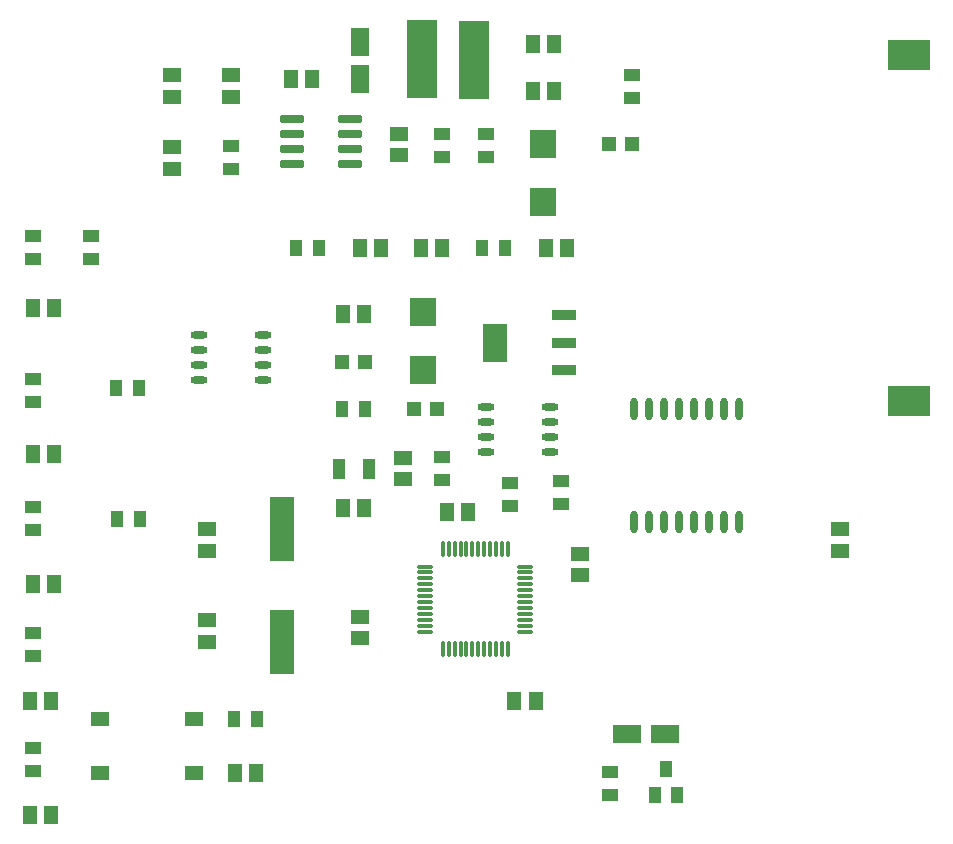
<source format=gtp>
G04*
G04 #@! TF.GenerationSoftware,Altium Limited,Altium Designer,22.6.1 (34)*
G04*
G04 Layer_Color=8421504*
%FSTAX25Y25*%
%MOIN*%
G70*
G04*
G04 #@! TF.SameCoordinates,070C6B67-E07D-408F-9274-D07C1108151A*
G04*
G04*
G04 #@! TF.FilePolarity,Positive*
G04*
G01*
G75*
%ADD19R,0.03937X0.05512*%
%ADD20R,0.09252X0.06102*%
%ADD21R,0.05315X0.04134*%
%ADD22R,0.03937X0.07087*%
%ADD23R,0.04724X0.05906*%
%ADD24R,0.05906X0.04724*%
%ADD25O,0.05709X0.01181*%
%ADD26O,0.01181X0.05709*%
%ADD27R,0.04724X0.05118*%
%ADD28R,0.04134X0.05315*%
%ADD29R,0.10236X0.26378*%
%ADD30R,0.09055X0.09252*%
%ADD31R,0.06102X0.09252*%
G04:AMPARAMS|DCode=32|XSize=77.56mil|YSize=23.62mil|CornerRadius=2.95mil|HoleSize=0mil|Usage=FLASHONLY|Rotation=0.000|XOffset=0mil|YOffset=0mil|HoleType=Round|Shape=RoundedRectangle|*
%AMROUNDEDRECTD32*
21,1,0.07756,0.01772,0,0,0.0*
21,1,0.07165,0.02362,0,0,0.0*
1,1,0.00591,0.03583,-0.00886*
1,1,0.00591,-0.03583,-0.00886*
1,1,0.00591,-0.03583,0.00886*
1,1,0.00591,0.03583,0.00886*
%
%ADD32ROUNDEDRECTD32*%
%ADD33R,0.08465X0.12795*%
%ADD34R,0.08465X0.03543*%
%ADD35O,0.02362X0.07480*%
%ADD36R,0.14173X0.10236*%
%ADD37O,0.05709X0.02362*%
%ADD38R,0.07874X0.21654*%
%ADD39R,0.06102X0.05118*%
D19*
X044676Y0212169D02*
D03*
X045424D02*
D03*
X04505Y0220831D02*
D03*
D20*
X0450299Y02325D02*
D03*
X0437701D02*
D03*
D21*
X0432Y0212161D02*
D03*
Y0219839D02*
D03*
X04155Y0309161D02*
D03*
Y0316839D02*
D03*
X03985Y0308661D02*
D03*
Y0316339D02*
D03*
X0376Y0317161D02*
D03*
Y0324839D02*
D03*
X03905Y0424823D02*
D03*
Y04325D02*
D03*
X0439177Y0452339D02*
D03*
Y0444661D02*
D03*
X0376Y0424823D02*
D03*
Y04325D02*
D03*
X03055Y0420705D02*
D03*
Y0428382D02*
D03*
X02395Y0350839D02*
D03*
Y0343161D02*
D03*
Y0308339D02*
D03*
Y0300661D02*
D03*
Y03985D02*
D03*
Y0390823D02*
D03*
Y0266339D02*
D03*
Y0258661D02*
D03*
Y0227839D02*
D03*
Y0220161D02*
D03*
X0259Y03985D02*
D03*
Y0390823D02*
D03*
D22*
X0341579Y0321D02*
D03*
X0351421D02*
D03*
D23*
X0350043Y0308D02*
D03*
X0342957D02*
D03*
X0246587Y03745D02*
D03*
X02395D02*
D03*
X0417587Y03945D02*
D03*
X04105D02*
D03*
X0384543Y03065D02*
D03*
X0377457D02*
D03*
X0314043Y0219642D02*
D03*
X0306957D02*
D03*
X041324Y04625D02*
D03*
X0406153D02*
D03*
X041324Y0447D02*
D03*
X0406153D02*
D03*
X0368957Y03945D02*
D03*
X0376043D02*
D03*
X0355543Y03945D02*
D03*
X0348457D02*
D03*
X0332587Y0450701D02*
D03*
X03255D02*
D03*
X0342957Y03725D02*
D03*
X0350043D02*
D03*
X0246587Y0326D02*
D03*
X02395D02*
D03*
X0246587Y02825D02*
D03*
X02395D02*
D03*
X0245587Y02435D02*
D03*
X02385D02*
D03*
X0245587Y02055D02*
D03*
X02385D02*
D03*
X0407087Y02435D02*
D03*
X04D02*
D03*
D24*
X03485Y0271543D02*
D03*
Y0264457D02*
D03*
X0363Y0317457D02*
D03*
Y0324543D02*
D03*
X03615Y0425413D02*
D03*
Y04325D02*
D03*
X03055Y0452087D02*
D03*
Y0445D02*
D03*
X0286Y0421D02*
D03*
Y0428087D02*
D03*
Y0452087D02*
D03*
Y0445D02*
D03*
X05085Y0300743D02*
D03*
Y0293657D02*
D03*
X0422Y0292543D02*
D03*
Y0285457D02*
D03*
X02975Y0293614D02*
D03*
Y0300701D02*
D03*
X02975Y0270386D02*
D03*
Y0263299D02*
D03*
D25*
X0370366Y0288327D02*
D03*
Y0286358D02*
D03*
Y028439D02*
D03*
Y0282421D02*
D03*
Y0280453D02*
D03*
Y0278484D02*
D03*
Y0276516D02*
D03*
Y0274547D02*
D03*
Y0272579D02*
D03*
Y027061D02*
D03*
Y0268642D02*
D03*
Y0266673D02*
D03*
X0403634D02*
D03*
Y0268642D02*
D03*
Y027061D02*
D03*
Y0272579D02*
D03*
Y0274547D02*
D03*
Y0276516D02*
D03*
Y0278484D02*
D03*
Y0280453D02*
D03*
Y0282421D02*
D03*
Y028439D02*
D03*
Y0286358D02*
D03*
Y0288327D02*
D03*
D26*
X0376173Y0260866D02*
D03*
X0378142D02*
D03*
X038011D02*
D03*
X0382079D02*
D03*
X0384047D02*
D03*
X0386016D02*
D03*
X0387984D02*
D03*
X0389953D02*
D03*
X0391921D02*
D03*
X039389D02*
D03*
X0395858D02*
D03*
X0397827D02*
D03*
Y0294134D02*
D03*
X0395858D02*
D03*
X039389D02*
D03*
X0391921D02*
D03*
X0389953D02*
D03*
X0387984D02*
D03*
X0386016D02*
D03*
X0384047D02*
D03*
X0382079D02*
D03*
X038011D02*
D03*
X0378142D02*
D03*
X0376173D02*
D03*
D27*
X0366661Y0341D02*
D03*
X0374339D02*
D03*
X0350339Y03565D02*
D03*
X0342661D02*
D03*
X04315Y0429047D02*
D03*
X0439177D02*
D03*
D28*
X0350339Y0341D02*
D03*
X0342661D02*
D03*
X0396839Y03945D02*
D03*
X0389161D02*
D03*
X0327161D02*
D03*
X0334839D02*
D03*
X0275339Y0304193D02*
D03*
X0267661D02*
D03*
X0267161Y0347693D02*
D03*
X0274839D02*
D03*
X0306661Y0237358D02*
D03*
X0314339D02*
D03*
D29*
X0386661Y0457106D02*
D03*
X0369339Y04575D02*
D03*
D30*
X04095Y0409953D02*
D03*
Y0429047D02*
D03*
X03695Y0373047D02*
D03*
Y0353953D02*
D03*
D31*
X03485Y0450701D02*
D03*
Y0463299D02*
D03*
D32*
X0345224Y04375D02*
D03*
Y04325D02*
D03*
Y04275D02*
D03*
Y04225D02*
D03*
X0325776D02*
D03*
Y04275D02*
D03*
Y04325D02*
D03*
Y04375D02*
D03*
D33*
X0393465Y0363D02*
D03*
D34*
X0416535Y0372016D02*
D03*
Y0363D02*
D03*
Y0353984D02*
D03*
D35*
X044Y0303299D02*
D03*
X0445D02*
D03*
X045D02*
D03*
X0455D02*
D03*
X046D02*
D03*
X0465D02*
D03*
X047D02*
D03*
X0475D02*
D03*
X044Y0340701D02*
D03*
X0445D02*
D03*
X045D02*
D03*
X0455D02*
D03*
X046D02*
D03*
X0465D02*
D03*
X047D02*
D03*
X0475D02*
D03*
D36*
X05315Y0459D02*
D03*
Y0343646D02*
D03*
D37*
X03905Y03415D02*
D03*
Y03365D02*
D03*
Y03315D02*
D03*
Y03265D02*
D03*
X0411957Y03415D02*
D03*
Y03365D02*
D03*
Y03315D02*
D03*
Y03265D02*
D03*
X0294772Y03655D02*
D03*
Y03605D02*
D03*
Y03555D02*
D03*
Y03505D02*
D03*
X0316228Y03655D02*
D03*
Y03605D02*
D03*
Y03555D02*
D03*
Y03505D02*
D03*
D38*
X03225Y0300701D02*
D03*
Y0263299D02*
D03*
D39*
X026185Y0237358D02*
D03*
Y0219642D02*
D03*
X029315Y0237358D02*
D03*
Y0219642D02*
D03*
M02*

</source>
